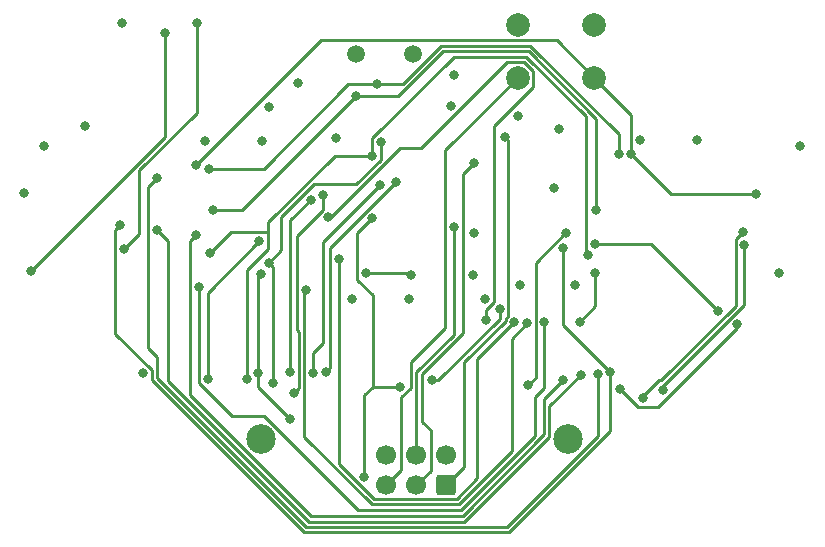
<source format=gbr>
%TF.GenerationSoftware,KiCad,Pcbnew,7.0.10*%
%TF.CreationDate,2024-03-10T15:03:06+01:00*%
%TF.ProjectId,dmg-gbc-cartridge-reader,646d672d-6762-4632-9d63-617274726964,rev?*%
%TF.SameCoordinates,Original*%
%TF.FileFunction,Copper,L4,Bot*%
%TF.FilePolarity,Positive*%
%FSLAX46Y46*%
G04 Gerber Fmt 4.6, Leading zero omitted, Abs format (unit mm)*
G04 Created by KiCad (PCBNEW 7.0.10) date 2024-03-10 15:03:06*
%MOMM*%
%LPD*%
G01*
G04 APERTURE LIST*
G04 Aperture macros list*
%AMRoundRect*
0 Rectangle with rounded corners*
0 $1 Rounding radius*
0 $2 $3 $4 $5 $6 $7 $8 $9 X,Y pos of 4 corners*
0 Add a 4 corners polygon primitive as box body*
4,1,4,$2,$3,$4,$5,$6,$7,$8,$9,$2,$3,0*
0 Add four circle primitives for the rounded corners*
1,1,$1+$1,$2,$3*
1,1,$1+$1,$4,$5*
1,1,$1+$1,$6,$7*
1,1,$1+$1,$8,$9*
0 Add four rect primitives between the rounded corners*
20,1,$1+$1,$2,$3,$4,$5,0*
20,1,$1+$1,$4,$5,$6,$7,0*
20,1,$1+$1,$6,$7,$8,$9,0*
20,1,$1+$1,$8,$9,$2,$3,0*%
G04 Aperture macros list end*
%TA.AperFunction,ComponentPad*%
%ADD10C,2.000000*%
%TD*%
%TA.AperFunction,WasherPad*%
%ADD11C,2.500000*%
%TD*%
%TA.AperFunction,ComponentPad*%
%ADD12C,1.500000*%
%TD*%
%TA.AperFunction,ComponentPad*%
%ADD13RoundRect,0.250000X0.600000X-0.600000X0.600000X0.600000X-0.600000X0.600000X-0.600000X-0.600000X0*%
%TD*%
%TA.AperFunction,ComponentPad*%
%ADD14C,1.700000*%
%TD*%
%TA.AperFunction,ViaPad*%
%ADD15C,0.800000*%
%TD*%
%TA.AperFunction,Conductor*%
%ADD16C,0.250000*%
%TD*%
G04 APERTURE END LIST*
D10*
%TO.P,SW1,1,1*%
%TO.N,~{RESET}*%
X89356000Y-58384000D03*
X82856000Y-58384000D03*
%TO.P,SW1,2,2*%
%TO.N,GND*%
X89356000Y-53884000D03*
X82856000Y-53884000D03*
%TD*%
D11*
%TO.P,U1,*%
%TO.N,*%
X61134000Y-88976000D03*
X87134000Y-88976000D03*
%TD*%
D12*
%TO.P,Y1,1,1*%
%TO.N,Net-(U2-XTAL2)*%
X74041000Y-56393900D03*
%TO.P,Y1,2,2*%
%TO.N,Net-(U2-XTAL1)*%
X69161000Y-56393900D03*
%TD*%
D13*
%TO.P,J2,1,MISO*%
%TO.N,MISO*%
X76835000Y-92837000D03*
D14*
%TO.P,J2,2,VCC*%
%TO.N,+5V*%
X76835000Y-90297000D03*
%TO.P,J2,3,SCK*%
%TO.N,SCK*%
X74295000Y-92837000D03*
%TO.P,J2,4,MOSI*%
%TO.N,MOSI*%
X74295000Y-90297000D03*
%TO.P,J2,5,~{RST}*%
%TO.N,~{RESET}*%
X71755000Y-92837000D03*
%TO.P,J2,6,GND*%
%TO.N,GND*%
X71755000Y-90297000D03*
%TD*%
D15*
%TO.N,GND*%
X56388000Y-63754000D03*
X105029000Y-74930000D03*
X83058000Y-75946000D03*
X73660000Y-77089000D03*
X77495100Y-58140900D03*
X85979000Y-67691000D03*
X67495500Y-63424900D03*
X51110700Y-83400300D03*
X42799000Y-64135000D03*
X86360000Y-62738000D03*
X93218000Y-63627000D03*
X64262000Y-58801000D03*
X80137000Y-77089000D03*
X61849000Y-60833000D03*
%TO.N,+5V*%
X79133400Y-71509800D03*
X82928500Y-61597500D03*
X61214000Y-63754000D03*
X68834000Y-77089000D03*
X49343600Y-53690800D03*
X106807000Y-64135000D03*
X87757000Y-75946000D03*
X77188000Y-60765200D03*
X79066400Y-75061700D03*
X46228000Y-62484000D03*
X98044000Y-63627000D03*
X41102100Y-68083100D03*
%TO.N,A0*%
X52314500Y-66875200D03*
X89677800Y-83404700D03*
%TO.N,A7*%
X63634000Y-83278700D03*
X65337200Y-68700700D03*
%TO.N,A6*%
X66780200Y-70184500D03*
X80200800Y-78893600D03*
%TO.N,A5*%
X67722100Y-73708300D03*
X82593800Y-79052900D03*
%TO.N,A4*%
X83664100Y-79168200D03*
X64916600Y-76332200D03*
%TO.N,A3*%
X85115100Y-79022800D03*
X55863900Y-76062600D03*
%TO.N,A2*%
X86726800Y-83952300D03*
X55604800Y-71662900D03*
%TO.N,A1*%
X88204800Y-83501900D03*
X52334300Y-71225700D03*
%TO.N,A14*%
X93518100Y-85482300D03*
X101904900Y-71457300D03*
%TO.N,A13*%
X95154000Y-84771000D03*
X102063300Y-72515600D03*
%TO.N,A12*%
X91558900Y-84732000D03*
X101456300Y-79208700D03*
%TO.N,A11*%
X75580900Y-83972500D03*
X81350600Y-77944200D03*
%TO.N,A10*%
X83769700Y-84399700D03*
X86987800Y-71520300D03*
%TO.N,A9*%
X89455200Y-74869900D03*
X88119400Y-79036900D03*
%TO.N,D7*%
X56620600Y-83859800D03*
X61002900Y-72178200D03*
%TO.N,D6*%
X63939500Y-85051200D03*
X66407000Y-68267800D03*
%TO.N,D2*%
X88831700Y-73406000D03*
X70528400Y-64985500D03*
X59934800Y-83848500D03*
X56777100Y-73230700D03*
%TO.N,D5*%
X62141900Y-84213800D03*
X71272700Y-63835800D03*
X61783200Y-74026300D03*
%TO.N,D1*%
X89478300Y-69596000D03*
X57046600Y-69596000D03*
X65571200Y-83385900D03*
X71209500Y-67418000D03*
X69195200Y-59945700D03*
%TO.N,D0*%
X56743600Y-66098100D03*
X91450400Y-64813400D03*
X72529800Y-67218300D03*
X70996400Y-58933700D03*
X66612500Y-83298000D03*
%TO.N,D4*%
X63598100Y-87265800D03*
X61169500Y-74990100D03*
X60902500Y-83401400D03*
%TO.N,MOSI*%
X77455900Y-70978600D03*
%TO.N,SCK*%
X79130500Y-65608000D03*
%TO.N,MISO*%
X81800900Y-63406700D03*
%TO.N,~{RESET}*%
X103055400Y-68167000D03*
X55602900Y-65786000D03*
X92477700Y-64812300D03*
%TO.N,WR*%
X72869900Y-84545600D03*
X70559400Y-70215800D03*
X69894600Y-92206900D03*
%TO.N,SRAM*%
X90678200Y-83312700D03*
X49161700Y-70839100D03*
X86680500Y-72745900D03*
%TO.N,Net-(D2-A)*%
X41702300Y-74689400D03*
X52970900Y-54563600D03*
%TO.N,Net-(D3-A)*%
X55713500Y-53733200D03*
X49500900Y-72891100D03*
%TO.N,CPH*%
X89444800Y-72409600D03*
X99845200Y-78123800D03*
%TO.N,CPL*%
X73843100Y-75059400D03*
X70042300Y-74887300D03*
%TD*%
D16*
%TO.N,A0*%
X64967500Y-96394800D02*
X52332100Y-83759400D01*
X51594200Y-67595500D02*
X52314500Y-66875200D01*
X52332100Y-82000200D02*
X51594200Y-81262300D01*
X52332100Y-83759400D02*
X52332100Y-82000200D01*
X89677800Y-88660100D02*
X81943100Y-96394800D01*
X89677800Y-83404700D02*
X89677800Y-88660100D01*
X81943100Y-96394800D02*
X64967500Y-96394800D01*
X51594200Y-81262300D02*
X51594200Y-67595500D01*
%TO.N,A7*%
X63634000Y-83278700D02*
X63634000Y-70403900D01*
X63634000Y-70403900D02*
X65337200Y-68700700D01*
%TO.N,A6*%
X83415700Y-57034700D02*
X84186800Y-57805800D01*
X67043600Y-70184500D02*
X72914400Y-64313700D01*
X80886300Y-77374200D02*
X80200800Y-78059700D01*
X80200800Y-78059700D02*
X80200800Y-78893600D01*
X81955700Y-57034700D02*
X83415700Y-57034700D01*
X84186800Y-59120600D02*
X80886300Y-62421100D01*
X72914400Y-64313700D02*
X74676700Y-64313700D01*
X74676700Y-64313700D02*
X81955700Y-57034700D01*
X84186800Y-57805800D02*
X84186800Y-59120600D01*
X80886300Y-62421100D02*
X80886300Y-77374200D01*
X66780200Y-70184500D02*
X67043600Y-70184500D01*
%TO.N,A5*%
X79451000Y-92286900D02*
X79451000Y-82195700D01*
X67722100Y-91060100D02*
X70705400Y-94043400D01*
X70705400Y-94043400D02*
X77694500Y-94043400D01*
X77694500Y-94043400D02*
X79451000Y-92286900D01*
X79451000Y-82195700D02*
X82593800Y-79052900D01*
X67722100Y-73708300D02*
X67722100Y-91060100D01*
%TO.N,A4*%
X82368600Y-80463700D02*
X83664100Y-79168200D01*
X70518900Y-94493800D02*
X77881000Y-94493800D01*
X77881000Y-94493800D02*
X82368600Y-90006200D01*
X82368600Y-90006200D02*
X82368600Y-80463700D01*
X64816400Y-76432400D02*
X64816400Y-88791300D01*
X64916600Y-76332200D02*
X64816400Y-76432400D01*
X64816400Y-88791300D02*
X70518900Y-94493800D01*
%TO.N,A3*%
X78039000Y-94996200D02*
X69382300Y-94996200D01*
X55863900Y-84172400D02*
X55863900Y-76062600D01*
X69382300Y-94996200D02*
X61415100Y-87029000D01*
X84369000Y-88666200D02*
X78039000Y-94996200D01*
X84369000Y-85385400D02*
X84369000Y-88666200D01*
X85115100Y-79022800D02*
X85115100Y-84639300D01*
X58720500Y-87029000D02*
X55863900Y-84172400D01*
X85115100Y-84639300D02*
X84369000Y-85385400D01*
X61415100Y-87029000D02*
X58720500Y-87029000D01*
%TO.N,A2*%
X85108200Y-88563900D02*
X78225500Y-95446600D01*
X78225500Y-95446600D02*
X65346700Y-95446600D01*
X55122400Y-72145300D02*
X55604800Y-71662900D01*
X86726800Y-83952300D02*
X85108200Y-85570900D01*
X55122400Y-85222300D02*
X55122400Y-72145300D01*
X65346700Y-95446600D02*
X55122400Y-85222300D01*
X85108200Y-85570900D02*
X85108200Y-88563900D01*
%TO.N,A1*%
X85558600Y-88750400D02*
X85558600Y-86148100D01*
X53263300Y-72154700D02*
X53263300Y-84003300D01*
X65204400Y-95944400D02*
X78364600Y-95944400D01*
X78364600Y-95944400D02*
X85558600Y-88750400D01*
X52334300Y-71225700D02*
X53263300Y-72154700D01*
X85558600Y-86148100D02*
X88204800Y-83501900D01*
X53263300Y-84003300D02*
X65204400Y-95944400D01*
%TO.N,A14*%
X94853600Y-83993200D02*
X93518100Y-85328700D01*
X101338000Y-72024200D02*
X101338000Y-77664400D01*
X101338000Y-77664400D02*
X95009200Y-83993200D01*
X93518100Y-85328700D02*
X93518100Y-85482300D01*
X95009200Y-83993200D02*
X94853600Y-83993200D01*
X101904900Y-71457300D02*
X101338000Y-72024200D01*
%TO.N,A13*%
X102063300Y-77576000D02*
X102063300Y-72515600D01*
X95154100Y-84485200D02*
X102063300Y-77576000D01*
X95154000Y-84771000D02*
X95154100Y-84771000D01*
X95154100Y-84771000D02*
X95154100Y-84485200D01*
%TO.N,A12*%
X93049100Y-86222200D02*
X91558900Y-84732000D01*
X94763900Y-86222200D02*
X93049100Y-86222200D01*
X101456300Y-79208700D02*
X101456300Y-79529800D01*
X101456300Y-79529800D02*
X94763900Y-86222200D01*
%TO.N,A11*%
X76147700Y-83972500D02*
X81350600Y-78769600D01*
X81350600Y-78769600D02*
X81350600Y-77944200D01*
X75580900Y-83972500D02*
X76147700Y-83972500D01*
%TO.N,A10*%
X86987800Y-71520300D02*
X86880400Y-71520300D01*
X84389800Y-74010900D02*
X84389800Y-83779600D01*
X84389800Y-83779600D02*
X83769700Y-84399700D01*
X86880400Y-71520300D02*
X84389800Y-74010900D01*
%TO.N,A9*%
X89455100Y-74869900D02*
X89455200Y-74869900D01*
X88119400Y-79036900D02*
X89455100Y-77701200D01*
X89455100Y-77701200D02*
X89455100Y-74869900D01*
%TO.N,D7*%
X56620600Y-76560500D02*
X61002900Y-72178200D01*
X56620600Y-83859800D02*
X56620600Y-76560500D01*
%TO.N,D6*%
X64153100Y-71785900D02*
X64153100Y-79707100D01*
X64359400Y-84631300D02*
X63939500Y-85051200D01*
X64359400Y-79913400D02*
X64359400Y-84631300D01*
X66407000Y-69532000D02*
X64153100Y-71785900D01*
X64153100Y-79707100D02*
X64359400Y-79913400D01*
X66407000Y-68267800D02*
X66407000Y-69532000D01*
%TO.N,D2*%
X67369300Y-64985500D02*
X61749100Y-70605700D01*
X88649100Y-61631200D02*
X88649100Y-73223400D01*
X77448400Y-56584300D02*
X83602200Y-56584300D01*
X70528400Y-64985500D02*
X67369300Y-64985500D01*
X70528400Y-64985500D02*
X70528400Y-63504300D01*
X58555400Y-71452400D02*
X56777100Y-73230700D01*
X61749100Y-70605700D02*
X61749100Y-71452400D01*
X70528400Y-63504300D02*
X77448400Y-56584300D01*
X61749100Y-71452400D02*
X58555400Y-71452400D01*
X88649100Y-73223400D02*
X88831700Y-73406000D01*
X59934800Y-74677600D02*
X59934800Y-83848500D01*
X83602200Y-56584300D02*
X88649100Y-61631200D01*
X61749100Y-72863300D02*
X59934800Y-74677600D01*
X61749100Y-71452400D02*
X61749100Y-72863300D01*
%TO.N,D5*%
X69203800Y-67363000D02*
X65628700Y-67363000D01*
X62850900Y-72958600D02*
X61783200Y-74026300D01*
X61783200Y-74026300D02*
X62141900Y-74385000D01*
X71272700Y-65294100D02*
X69203800Y-67363000D01*
X65628700Y-67363000D02*
X62850900Y-70140800D01*
X62141900Y-74385000D02*
X62141900Y-84213800D01*
X62850900Y-70140800D02*
X62850900Y-72958600D01*
X71272700Y-63835800D02*
X71272700Y-65294100D01*
%TO.N,D1*%
X65571200Y-83385900D02*
X65571200Y-81650400D01*
X66387400Y-80834200D02*
X66387400Y-72240100D01*
X66387400Y-72240100D02*
X71209500Y-67418000D01*
X89478300Y-61823400D02*
X89478300Y-69596000D01*
X76563400Y-56134000D02*
X83788900Y-56134000D01*
X72751700Y-59945700D02*
X76563400Y-56134000D01*
X59544900Y-69596000D02*
X69195200Y-59945700D01*
X83788900Y-56134000D02*
X89478300Y-61823400D01*
X57046600Y-69596000D02*
X59544900Y-69596000D01*
X65571200Y-81650400D02*
X66387400Y-80834200D01*
X69195200Y-59945700D02*
X72751700Y-59945700D01*
%TO.N,D0*%
X61376200Y-66098100D02*
X56743600Y-66098100D01*
X66612500Y-83298000D02*
X66996800Y-82913700D01*
X70996400Y-58933700D02*
X68540600Y-58933700D01*
X91450400Y-63158600D02*
X83951600Y-55659800D01*
X66996800Y-72751300D02*
X72529800Y-67218300D01*
X73126800Y-58933700D02*
X70996400Y-58933700D01*
X66996800Y-82913700D02*
X66996800Y-72751300D01*
X91450400Y-64813400D02*
X91450400Y-63158600D01*
X76400700Y-55659800D02*
X73126800Y-58933700D01*
X68540600Y-58933700D02*
X61376200Y-66098100D01*
X83951600Y-55659800D02*
X76400700Y-55659800D01*
%TO.N,D4*%
X60902500Y-84570200D02*
X63598100Y-87265800D01*
X60902500Y-75257100D02*
X60902500Y-83401400D01*
X61169500Y-74990100D02*
X60902500Y-75257100D01*
X60902500Y-83401400D02*
X60902500Y-84570200D01*
%TO.N,MOSI*%
X74295000Y-90297000D02*
X74301700Y-90290300D01*
X77455900Y-80131300D02*
X77455900Y-70978600D01*
X74301700Y-83285500D02*
X77455900Y-80131300D01*
X74301700Y-90290300D02*
X74301700Y-83285500D01*
%TO.N,SCK*%
X78232800Y-66505700D02*
X79130500Y-65608000D01*
X74808300Y-87502200D02*
X74808300Y-83415800D01*
X75504500Y-88198400D02*
X74808300Y-87502200D01*
X74295000Y-92837000D02*
X75504500Y-91627500D01*
X74808300Y-83415800D02*
X78232800Y-79991300D01*
X75504500Y-91627500D02*
X75504500Y-88198400D01*
X78232800Y-79991300D02*
X78232800Y-66505700D01*
%TO.N,MISO*%
X81800900Y-63406700D02*
X82075900Y-63681700D01*
X82075900Y-63681700D02*
X82075900Y-78545100D01*
X82075900Y-78545100D02*
X81862900Y-78758100D01*
X81862900Y-78758100D02*
X81862900Y-78946400D01*
X81862900Y-78946400D02*
X78351700Y-82457600D01*
X78351700Y-82457600D02*
X78351700Y-91320300D01*
X78351700Y-91320300D02*
X76835000Y-92837000D01*
%TO.N,~{RESET}*%
X55602900Y-65786000D02*
X66179500Y-55209400D01*
X92477700Y-64812300D02*
X95832400Y-68167000D01*
X89356000Y-58384000D02*
X92477700Y-61505700D01*
X92477700Y-61505700D02*
X92477700Y-64812300D01*
X82856000Y-58384000D02*
X76730600Y-64509400D01*
X86181400Y-55209400D02*
X89356000Y-58384000D01*
X76730600Y-64509400D02*
X76730600Y-79582800D01*
X76730600Y-79582800D02*
X73851300Y-82462100D01*
X95832400Y-68167000D02*
X103055400Y-68167000D01*
X73851300Y-84606800D02*
X73025000Y-85433100D01*
X73851300Y-82462100D02*
X73851300Y-84606800D01*
X73025000Y-91567000D02*
X71755000Y-92837000D01*
X66179500Y-55209400D02*
X86181400Y-55209400D01*
X73025000Y-85433100D02*
X73025000Y-91567000D01*
%TO.N,WR*%
X70579800Y-84545600D02*
X70579800Y-76765500D01*
X70579800Y-76765500D02*
X69281400Y-75467100D01*
X69281400Y-71493800D02*
X70559400Y-70215800D01*
X70579800Y-84545600D02*
X69894600Y-85230800D01*
X69281400Y-75467100D02*
X69281400Y-71493800D01*
X72869900Y-84545600D02*
X70579800Y-84545600D01*
X69894600Y-85230800D02*
X69894600Y-92206900D01*
%TO.N,SRAM*%
X82111200Y-96864900D02*
X64780200Y-96864900D01*
X90678200Y-88297900D02*
X82111200Y-96864900D01*
X90678200Y-83312700D02*
X86680500Y-79315000D01*
X90678200Y-83312700D02*
X90678200Y-88297900D01*
X48775600Y-80039400D02*
X48775600Y-71225200D01*
X51868400Y-83132200D02*
X48775600Y-80039400D01*
X48775600Y-71225200D02*
X49161700Y-70839100D01*
X86680500Y-79315000D02*
X86680500Y-72745900D01*
X64780200Y-96864900D02*
X51868400Y-83953100D01*
X51868400Y-83953100D02*
X51868400Y-83132200D01*
%TO.N,Net-(D2-A)*%
X52970900Y-63420800D02*
X52970900Y-54563600D01*
X41702300Y-74689400D02*
X52970900Y-63420800D01*
%TO.N,Net-(D3-A)*%
X55713500Y-53733200D02*
X55713500Y-61315100D01*
X50827500Y-66201100D02*
X50827500Y-71564500D01*
X55713500Y-61315100D02*
X50827500Y-66201100D01*
X50827500Y-71564500D02*
X49500900Y-72891100D01*
%TO.N,CPH*%
X94131000Y-72409600D02*
X99845200Y-78123800D01*
X89444800Y-72409600D02*
X94131000Y-72409600D01*
%TO.N,CPL*%
X73671000Y-74887300D02*
X73843100Y-75059400D01*
X70042300Y-74887300D02*
X73671000Y-74887300D01*
%TD*%
M02*

</source>
